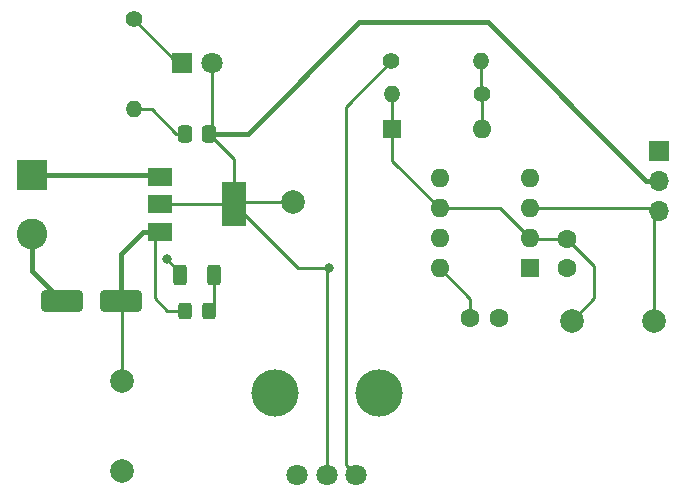
<source format=gbr>
%TF.GenerationSoftware,KiCad,Pcbnew,7.0.5*%
%TF.CreationDate,2023-06-11T14:56:47+10:00*%
%TF.ProjectId,Servo Controller 555,53657276-6f20-4436-9f6e-74726f6c6c65,rev?*%
%TF.SameCoordinates,Original*%
%TF.FileFunction,Copper,L1,Top*%
%TF.FilePolarity,Positive*%
%FSLAX46Y46*%
G04 Gerber Fmt 4.6, Leading zero omitted, Abs format (unit mm)*
G04 Created by KiCad (PCBNEW 7.0.5) date 2023-06-11 14:56:47*
%MOMM*%
%LPD*%
G01*
G04 APERTURE LIST*
G04 Aperture macros list*
%AMRoundRect*
0 Rectangle with rounded corners*
0 $1 Rounding radius*
0 $2 $3 $4 $5 $6 $7 $8 $9 X,Y pos of 4 corners*
0 Add a 4 corners polygon primitive as box body*
4,1,4,$2,$3,$4,$5,$6,$7,$8,$9,$2,$3,0*
0 Add four circle primitives for the rounded corners*
1,1,$1+$1,$2,$3*
1,1,$1+$1,$4,$5*
1,1,$1+$1,$6,$7*
1,1,$1+$1,$8,$9*
0 Add four rect primitives between the rounded corners*
20,1,$1+$1,$2,$3,$4,$5,0*
20,1,$1+$1,$4,$5,$6,$7,0*
20,1,$1+$1,$6,$7,$8,$9,0*
20,1,$1+$1,$8,$9,$2,$3,0*%
G04 Aperture macros list end*
%TA.AperFunction,ComponentPad*%
%ADD10C,2.000000*%
%TD*%
%TA.AperFunction,SMDPad,CuDef*%
%ADD11RoundRect,0.250000X0.337500X0.475000X-0.337500X0.475000X-0.337500X-0.475000X0.337500X-0.475000X0*%
%TD*%
%TA.AperFunction,ComponentPad*%
%ADD12R,2.600000X2.600000*%
%TD*%
%TA.AperFunction,ComponentPad*%
%ADD13C,2.600000*%
%TD*%
%TA.AperFunction,ComponentPad*%
%ADD14R,1.800000X1.800000*%
%TD*%
%TA.AperFunction,ComponentPad*%
%ADD15C,1.800000*%
%TD*%
%TA.AperFunction,ComponentPad*%
%ADD16C,1.600000*%
%TD*%
%TA.AperFunction,SMDPad,CuDef*%
%ADD17R,2.000000X1.500000*%
%TD*%
%TA.AperFunction,SMDPad,CuDef*%
%ADD18R,2.000000X3.800000*%
%TD*%
%TA.AperFunction,ComponentPad*%
%ADD19C,1.400000*%
%TD*%
%TA.AperFunction,ComponentPad*%
%ADD20O,1.400000X1.400000*%
%TD*%
%TA.AperFunction,ComponentPad*%
%ADD21R,1.600000X1.600000*%
%TD*%
%TA.AperFunction,ComponentPad*%
%ADD22O,1.600000X1.600000*%
%TD*%
%TA.AperFunction,ComponentPad*%
%ADD23R,1.700000X1.700000*%
%TD*%
%TA.AperFunction,ComponentPad*%
%ADD24O,1.700000X1.700000*%
%TD*%
%TA.AperFunction,SMDPad,CuDef*%
%ADD25RoundRect,0.250000X0.325000X0.450000X-0.325000X0.450000X-0.325000X-0.450000X0.325000X-0.450000X0*%
%TD*%
%TA.AperFunction,SMDPad,CuDef*%
%ADD26RoundRect,0.250000X1.500000X0.650000X-1.500000X0.650000X-1.500000X-0.650000X1.500000X-0.650000X0*%
%TD*%
%TA.AperFunction,SMDPad,CuDef*%
%ADD27RoundRect,0.250000X0.312500X0.625000X-0.312500X0.625000X-0.312500X-0.625000X0.312500X-0.625000X0*%
%TD*%
%TA.AperFunction,ComponentPad*%
%ADD28C,4.000000*%
%TD*%
%TA.AperFunction,ViaPad*%
%ADD29C,0.800000*%
%TD*%
%TA.AperFunction,Conductor*%
%ADD30C,0.250000*%
%TD*%
%TA.AperFunction,Conductor*%
%ADD31C,0.400000*%
%TD*%
G04 APERTURE END LIST*
D10*
%TO.P,TP5,1,1*%
%TO.N,/SIGNAL*%
X242705000Y-94840000D03*
%TD*%
%TO.P,TP4,1,1*%
%TO.N,Net-(D1-K)*%
X235720000Y-94840000D03*
%TD*%
%TO.P,TP3,1,1*%
%TO.N,GND*%
X197620000Y-107540000D03*
%TD*%
%TO.P,TP2,1,1*%
%TO.N,+5V*%
X212090000Y-84836000D03*
%TD*%
%TO.P,TP1,1,1*%
%TO.N,+12V*%
X197620000Y-99920000D03*
%TD*%
D11*
%TO.P,C3,1*%
%TO.N,+5V*%
X205037500Y-79000000D03*
%TO.P,C3,2*%
%TO.N,GND*%
X202962500Y-79000000D03*
%TD*%
D12*
%TO.P,J2,1,Pin_1*%
%TO.N,GND*%
X190000000Y-82500000D03*
D13*
%TO.P,J2,2,Pin_2*%
%TO.N,Net-(D2-A)*%
X190000000Y-87500000D03*
%TD*%
D14*
%TO.P,D4,1,K*%
%TO.N,Net-(D4-K)*%
X202747500Y-73000000D03*
D15*
%TO.P,D4,2,A*%
%TO.N,+5V*%
X205287500Y-73000000D03*
%TD*%
D16*
%TO.P,C2,1*%
%TO.N,+5V*%
X227106000Y-94624000D03*
%TO.P,C2,2*%
%TO.N,GND*%
X229606000Y-94624000D03*
%TD*%
D17*
%TO.P,U2,1,GND*%
%TO.N,GND*%
X200850000Y-82700000D03*
%TO.P,U2,2,VO*%
%TO.N,+5V*%
X200850000Y-85000000D03*
D18*
X207150000Y-85000000D03*
D17*
%TO.P,U2,3,VI*%
%TO.N,+12V*%
X200850000Y-87300000D03*
%TD*%
D19*
%TO.P,R2,1*%
%TO.N,Net-(R2-Pad1)*%
X220438000Y-72898000D03*
D20*
%TO.P,R2,2*%
%TO.N,Net-(D1-A)*%
X228058000Y-72898000D03*
%TD*%
D19*
%TO.P,R1,1*%
%TO.N,Net-(D1-A)*%
X228166000Y-75624000D03*
D20*
%TO.P,R1,2*%
%TO.N,Net-(D1-K)*%
X220546000Y-75624000D03*
%TD*%
D21*
%TO.P,U1,1,GND*%
%TO.N,GND*%
X232156000Y-90424000D03*
D22*
%TO.P,U1,2,TR*%
%TO.N,Net-(D1-K)*%
X232156000Y-87884000D03*
%TO.P,U1,3,Q*%
%TO.N,/SIGNAL*%
X232156000Y-85344000D03*
%TO.P,U1,4,R*%
%TO.N,+5V*%
X232156000Y-82804000D03*
%TO.P,U1,5,CV*%
%TO.N,unconnected-(U1-CV-Pad5)*%
X224536000Y-82804000D03*
%TO.P,U1,6,THR*%
%TO.N,Net-(D1-K)*%
X224536000Y-85344000D03*
%TO.P,U1,7,DIS*%
%TO.N,Net-(D1-A)*%
X224536000Y-87884000D03*
%TO.P,U1,8,VCC*%
%TO.N,+5V*%
X224536000Y-90424000D03*
%TD*%
D23*
%TO.P,J1,1,Pin_1*%
%TO.N,GND*%
X243078000Y-80460000D03*
D24*
%TO.P,J1,2,Pin_2*%
%TO.N,+5V*%
X243078000Y-83000000D03*
%TO.P,J1,3,Pin_3*%
%TO.N,/SIGNAL*%
X243078000Y-85540000D03*
%TD*%
D25*
%TO.P,D3,1,K*%
%TO.N,Net-(D3-K)*%
X205025000Y-94000000D03*
%TO.P,D3,2,A*%
%TO.N,+12V*%
X202975000Y-94000000D03*
%TD*%
D19*
%TO.P,R4,1*%
%TO.N,Net-(D4-K)*%
X198628000Y-69342000D03*
D20*
%TO.P,R4,2*%
%TO.N,GND*%
X198628000Y-76962000D03*
%TD*%
D26*
%TO.P,D2,1,K*%
%TO.N,+12V*%
X197572000Y-93218000D03*
%TO.P,D2,2,A*%
%TO.N,Net-(D2-A)*%
X192572000Y-93218000D03*
%TD*%
D27*
%TO.P,R3,1*%
%TO.N,Net-(D3-K)*%
X205462500Y-91000000D03*
%TO.P,R3,2*%
%TO.N,GND*%
X202537500Y-91000000D03*
%TD*%
D28*
%TO.P,RV1,*%
%TO.N,*%
X210600000Y-100950000D03*
X219400000Y-100950000D03*
D15*
%TO.P,RV1,1,1*%
%TO.N,Net-(R2-Pad1)*%
X217500000Y-107950000D03*
%TO.P,RV1,2,2*%
%TO.N,+5V*%
X215000000Y-107950000D03*
%TO.P,RV1,3,3*%
%TO.N,unconnected-(RV1-Pad3)*%
X212500000Y-107950000D03*
%TD*%
D16*
%TO.P,C1,1*%
%TO.N,Net-(D1-K)*%
X235356000Y-87924000D03*
%TO.P,C1,2*%
%TO.N,GND*%
X235356000Y-90424000D03*
%TD*%
D21*
%TO.P,D1,1,K*%
%TO.N,Net-(D1-K)*%
X220546000Y-78624000D03*
D22*
%TO.P,D1,2,A*%
%TO.N,Net-(D1-A)*%
X228166000Y-78624000D03*
%TD*%
D29*
%TO.N,GND*%
X201422000Y-89662000D03*
%TO.N,+5V*%
X215138000Y-90424000D03*
%TD*%
D30*
%TO.N,+5V*%
X207314000Y-84836000D02*
X207150000Y-85000000D01*
X212090000Y-84836000D02*
X207314000Y-84836000D01*
%TO.N,Net-(D1-K)*%
X237625000Y-92935000D02*
X235720000Y-94840000D01*
X235356000Y-87924000D02*
X237625000Y-90193000D01*
X237625000Y-90193000D02*
X237625000Y-92935000D01*
%TO.N,/SIGNAL*%
X242705000Y-94840000D02*
X242705000Y-85913000D01*
X242705000Y-85913000D02*
X243078000Y-85540000D01*
%TO.N,+12V*%
X197620000Y-93266000D02*
X197572000Y-93218000D01*
X197620000Y-99920000D02*
X197620000Y-93266000D01*
D31*
%TO.N,+5V*%
X228600000Y-69596000D02*
X242004000Y-83000000D01*
X208274000Y-79000000D02*
X217678000Y-69596000D01*
X217678000Y-69596000D02*
X228600000Y-69596000D01*
X205037500Y-79000000D02*
X208274000Y-79000000D01*
X242004000Y-83000000D02*
X243078000Y-83000000D01*
D30*
X205287500Y-78750000D02*
X205287500Y-73000000D01*
X205037500Y-79000000D02*
X205287500Y-78750000D01*
%TO.N,Net-(D4-K)*%
X198628000Y-69342000D02*
X202286000Y-73000000D01*
X202286000Y-73000000D02*
X202747500Y-73000000D01*
%TO.N,GND*%
X202190000Y-79000000D02*
X202962500Y-79000000D01*
X200152000Y-76962000D02*
X202190000Y-79000000D01*
X198628000Y-76962000D02*
X200152000Y-76962000D01*
%TO.N,Net-(D1-K)*%
X229616000Y-85344000D02*
X232156000Y-87884000D01*
X220546000Y-81354000D02*
X220546000Y-78624000D01*
X220546000Y-78624000D02*
X220546000Y-75624000D01*
X235356000Y-87924000D02*
X232196000Y-87924000D01*
X224536000Y-85344000D02*
X220546000Y-81354000D01*
X232196000Y-87924000D02*
X232156000Y-87884000D01*
X224536000Y-85344000D02*
X229616000Y-85344000D01*
D31*
%TO.N,GND*%
X200650000Y-82500000D02*
X200850000Y-82700000D01*
X190000000Y-82500000D02*
X200650000Y-82500000D01*
D30*
X202537500Y-91000000D02*
X202537500Y-90777500D01*
X202537500Y-90777500D02*
X201422000Y-89662000D01*
%TO.N,+5V*%
X215138000Y-90424000D02*
X215000000Y-90562000D01*
X215000000Y-90562000D02*
X215000000Y-107950000D01*
X227106000Y-94624000D02*
X227106000Y-92994000D01*
X205037500Y-79000000D02*
X207150000Y-81112500D01*
X200850000Y-85000000D02*
X207150000Y-85000000D01*
X212574000Y-90424000D02*
X207150000Y-85000000D01*
X227106000Y-92994000D02*
X224536000Y-90424000D01*
X207150000Y-81112500D02*
X207150000Y-85000000D01*
X215138000Y-90424000D02*
X212574000Y-90424000D01*
%TO.N,Net-(D1-A)*%
X228166000Y-78624000D02*
X228166000Y-75624000D01*
X228058000Y-72898000D02*
X228058000Y-75516000D01*
X228058000Y-75516000D02*
X228166000Y-75624000D01*
%TO.N,+12V*%
X201442000Y-94000000D02*
X202975000Y-94000000D01*
D31*
X197572000Y-89194000D02*
X199466000Y-87300000D01*
D30*
X200850000Y-87300000D02*
X200406000Y-87744000D01*
D31*
X199466000Y-87300000D02*
X200850000Y-87300000D01*
X197572000Y-93218000D02*
X197572000Y-89194000D01*
D30*
X200406000Y-92964000D02*
X201442000Y-94000000D01*
X200406000Y-87744000D02*
X200406000Y-92964000D01*
D31*
%TO.N,Net-(D2-A)*%
X190000000Y-87500000D02*
X190000000Y-90646000D01*
X190000000Y-90646000D02*
X192572000Y-93218000D01*
D30*
%TO.N,Net-(D3-K)*%
X205462500Y-93562500D02*
X205025000Y-94000000D01*
X205462500Y-91000000D02*
X205462500Y-93562500D01*
%TO.N,/SIGNAL*%
X232156000Y-85344000D02*
X242882000Y-85344000D01*
X242882000Y-85344000D02*
X243078000Y-85540000D01*
%TO.N,Net-(R2-Pad1)*%
X216600000Y-76736000D02*
X216600000Y-107050000D01*
X216600000Y-107050000D02*
X217500000Y-107950000D01*
X220438000Y-72898000D02*
X216600000Y-76736000D01*
%TD*%
M02*

</source>
